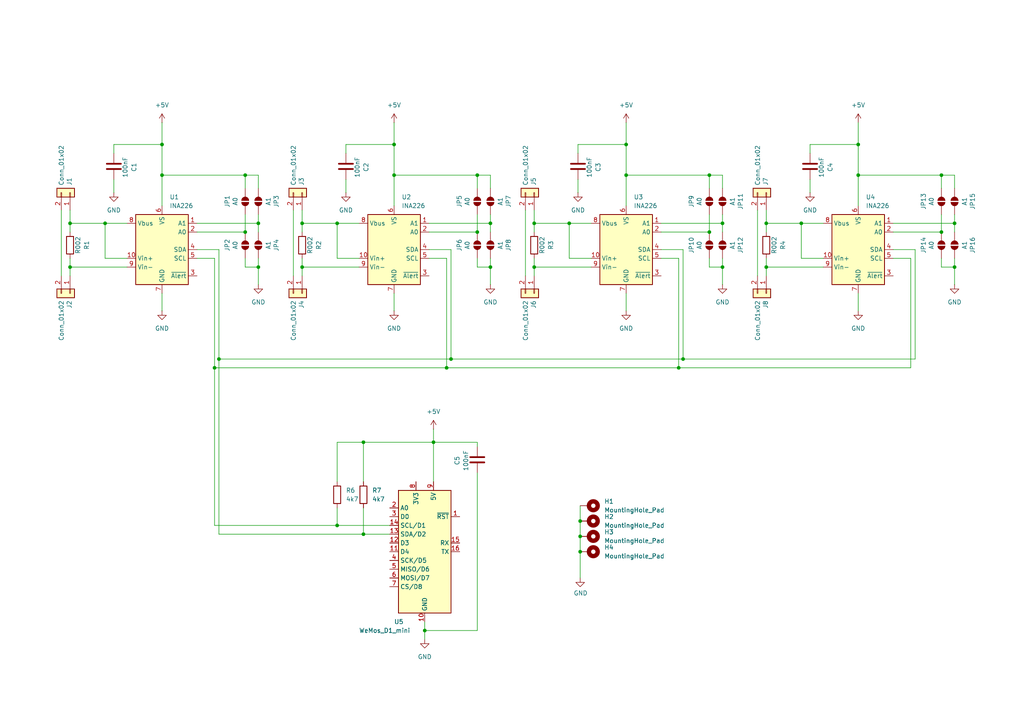
<source format=kicad_sch>
(kicad_sch (version 20231120) (generator "eeschema") (generator_version "8.0")
  (paper "A4")
  (lib_symbols
    (symbol "Connector_Generic:Conn_01x02" (pin_names (offset 1.016) hide)
      (property "Reference" "J" (at 0 2.54 0))
      (property "Value" "Conn_01x02" (at 0 -5.08 0))
      (symbol "Conn_01x02_1_1"
        (rectangle (start -1.27 -2.413) (end 0 -2.667) (stroke (width 0.1524)))
        (rectangle (start -1.27 0.127) (end 0 -0.127) (stroke (width 0.1524)))
        (rectangle (start -1.27 1.27) (end 1.27 -3.81) (stroke (width 0.254)) (fill (type background)))
        (pin passive line (at -5.08 0 0) (length 3.81) (name "Pin_1") (number "1"))
        (pin passive line (at -5.08 -2.54 0) (length 3.81) (name "Pin_2") (number "2"))
      )
    )
    (symbol "Device:C" (pin_numbers hide) (pin_names (offset 0.254))
      (property "Reference" "C" (at 0.635 2.54 0))
      (property "Value" "C" (at 0.635 -2.54 0))
      (symbol "C_0_1"
        (polyline (pts (xy -2.032 -0.762) (xy 2.032 -0.762)) (stroke (width 0.508)))
        (polyline (pts (xy -2.032 0.762) (xy 2.032 0.762)) (stroke (width 0.508)))
      )
      (symbol "C_1_1"
        (pin passive line (at 0 3.81 270) (length 2.794) (name "~") (number "1"))
        (pin passive line (at 0 -3.81 90) (length 2.794) (name "~") (number "2"))
      )
    )
    (symbol "Device:R" (pin_numbers hide) (pin_names (offset 0))
      (property "Reference" "R" (at 2.032 0 90))
      (property "Value" "R" (at 0 0 90))
      (symbol "R_0_1"
        (rectangle (start -1.016 -2.54) (end 1.016 2.54) (stroke (width 0.254)))
      )
      (symbol "R_1_1"
        (pin passive line (at 0 3.81 270) (length 1.27) (name "~") (number "1"))
        (pin passive line (at 0 -3.81 90) (length 1.27) (name "~") (number "2"))
      )
    )
    (symbol "Jumper:SolderJumper_2_Open" (pin_numbers hide) (pin_names (offset 0) hide) (exclude_from_sim yes) (in_bom no)
      (property "Reference" "JP" (at 0 2.032 0))
      (property "Value" "SolderJumper_2_Open" (at 0 -2.54 0))
      (symbol "SolderJumper_2_Open_0_1"
        (arc (start -0.254 1.016) (mid -1.2656 0) (end -0.254 -1.016))
        (arc (start -0.254 1.016) (mid -1.2656 0) (end -0.254 -1.016) (fill (type outline)))
        (polyline (pts (xy -0.254 1.016) (xy -0.254 -1.016)))
        (polyline (pts (xy 0.254 1.016) (xy 0.254 -1.016)))
        (arc (start 0.254 -1.016) (mid 1.2656 0) (end 0.254 1.016))
        (arc (start 0.254 -1.016) (mid 1.2656 0) (end 0.254 1.016) (fill (type outline)))
      )
      (symbol "SolderJumper_2_Open_1_1"
        (pin passive line (at -3.81 0 0) (length 2.54) (name "A") (number "1"))
        (pin passive line (at 3.81 0 180) (length 2.54) (name "B") (number "2"))
      )
    )
    (symbol "MCU_Module:WeMos_D1_mini"
      (property "Reference" "U" (at 3.81 19.05 0))
      (property "Value" "WeMos_D1_mini" (at 1.27 -19.05 0))
      (symbol "WeMos_D1_mini_1_1"
        (rectangle (start -7.62 17.78) (end 7.62 -17.78) (stroke (width 0.254)) (fill (type background)))
        (pin input line (at -10.16 10.16 0) (length 2.54) (name "~{RST}") (number "1"))
        (pin power_in line (at 0 -20.32 90) (length 2.54) (name "GND") (number "10"))
        (pin bidirectional line (at 10.16 0 180) (length 2.54) (name "D4") (number "11"))
        (pin bidirectional line (at 10.16 2.54 180) (length 2.54) (name "D3") (number "12"))
        (pin bidirectional line (at 10.16 5.08 180) (length 2.54) (name "SDA/D2") (number "13"))
        (pin bidirectional line (at 10.16 7.62 180) (length 2.54) (name "SCL/D1") (number "14"))
        (pin input line (at -10.16 2.54 0) (length 2.54) (name "RX") (number "15"))
        (pin output line (at -10.16 0 0) (length 2.54) (name "TX") (number "16"))
        (pin input line (at 10.16 12.7 180) (length 2.54) (name "A0") (number "2"))
        (pin bidirectional line (at 10.16 10.16 180) (length 2.54) (name "D0") (number "3"))
        (pin bidirectional line (at 10.16 -2.54 180) (length 2.54) (name "SCK/D5") (number "4"))
        (pin bidirectional line (at 10.16 -5.08 180) (length 2.54) (name "MISO/D6") (number "5"))
        (pin bidirectional line (at 10.16 -7.62 180) (length 2.54) (name "MOSI/D7") (number "6"))
        (pin bidirectional line (at 10.16 -10.16 180) (length 2.54) (name "CS/D8") (number "7"))
        (pin power_out line (at 2.54 20.32 270) (length 2.54) (name "3V3") (number "8"))
        (pin power_in line (at -2.54 20.32 270) (length 2.54) (name "5V") (number "9"))
      )
    )
    (symbol "Mechanical:MountingHole_Pad" (pin_numbers hide) (pin_names (offset 1.016) hide) (exclude_from_sim yes) (in_bom no)
      (property "Reference" "H" (at 0 6.35 0))
      (property "Value" "MountingHole_Pad" (at 0 4.445 0))
      (symbol "MountingHole_Pad_0_1"
        (circle (center 0 1.27) (radius 1.27) (stroke (width 1.27)))
      )
      (symbol "MountingHole_Pad_1_1"
        (pin input line (at 0 -2.54 90) (length 2.54) (name "1") (number "1"))
      )
    )
    (symbol "Sensor_Energy:INA226"
      (property "Reference" "U" (at -6.35 11.43 0))
      (property "Value" "INA226" (at 3.81 11.43 0))
      (symbol "INA226_0_1"
        (rectangle (start 7.62 10.16) (end -7.62 -10.16) (stroke (width 0.254)) (fill (type background)))
      )
      (symbol "INA226_1_1"
        (pin input line (at 10.16 7.62 180) (length 2.54) (name "A1") (number "1"))
        (pin input line (at -10.16 -2.54 0) (length 2.54) (name "Vin+") (number "10"))
        (pin input line (at 10.16 5.08 180) (length 2.54) (name "A0") (number "2"))
        (pin open_collector line (at 10.16 -7.62 180) (length 2.54) (name "~{Alert}") (number "3"))
        (pin bidirectional line (at 10.16 0 180) (length 2.54) (name "SDA") (number "4"))
        (pin input line (at 10.16 -2.54 180) (length 2.54) (name "SCL") (number "5"))
        (pin power_in line (at 0 12.7 270) (length 2.54) (name "VS") (number "6"))
        (pin power_in line (at 0 -12.7 90) (length 2.54) (name "GND") (number "7"))
        (pin input line (at -10.16 7.62 0) (length 2.54) (name "Vbus") (number "8"))
        (pin input line (at -10.16 -5.08 0) (length 2.54) (name "Vin-") (number "9"))
      )
    )
    (symbol "power:+5V" (power) (pin_numbers hide) (pin_names (offset 0) hide)
      (property "Value" "+5V" (at 0 3.556 0))
      (symbol "+5V_0_1"
        (polyline (pts (xy -0.762 1.27) (xy 0 2.54)))
        (polyline (pts (xy 0 0) (xy 0 2.54)))
        (polyline (pts (xy 0 2.54) (xy 0.762 1.27)))
      )
      (symbol "+5V_1_1"
        (pin power_in line (at 0 0 90) (length 0) (name "~") (number "1"))
      )
    )
    (symbol "power:GND" (power) (pin_numbers hide) (pin_names (offset 0) hide)
      (property "Value" "GND" (at 0 -3.81 0))
      (symbol "GND_0_1"
        (polyline (pts (xy 0 0) (xy 0 -1.27) (xy 1.27 -1.27) (xy 0 -2.54) (xy -1.27 -1.27) (xy 0 -1.27)))
      )
      (symbol "GND_1_1"
        (pin power_in line (at 0 0 270) (length 0) (name "~") (number "1"))
      )
    )
    (symbol "powerpoledist-rescue:GND-power" (power) (pin_names (offset 0))
      (property "Value" "power_GND" (at 0 -3.81 0))
      (symbol "GND-power_0_1"
        (polyline (pts (xy 0 0) (xy 0 -1.27) (xy 1.27 -1.27) (xy 0 -2.54) (xy -1.27 -1.27) (xy 0 -1.27)))
      )
      (symbol "GND-power_1_1"
        (pin power_in line (at 0 0 270) (length 0) hide (name "GND") (number "1"))
      )
    )
  )
  (junction (at 222.25 77.47))
  (junction (at 97.79 152.4))
  (junction (at 248.92 50.8))
  (junction (at 181.61 50.8))
  (junction (at 209.55 64.77))
  (junction (at 87.63 77.47))
  (junction (at 198.12 104.14))
  (junction (at 209.55 77.47))
  (junction (at 71.12 50.8))
  (junction (at 87.63 64.77))
  (junction (at 168.275 151.13))
  (junction (at 273.05 67.31))
  (junction (at 222.25 64.77))
  (junction (at 71.12 67.31))
  (junction (at 168.275 155.575))
  (junction (at 232.41 64.77))
  (junction (at 130.81 104.14))
  (junction (at 138.43 67.31))
  (junction (at 205.74 67.31))
  (junction (at 30.48 64.77))
  (junction (at 105.41 154.94))
  (junction (at 97.79 64.77))
  (junction (at 63.5 104.14))
  (junction (at 181.61 41.91))
  (junction (at 196.85 106.68))
  (junction (at 20.32 77.47))
  (junction (at 74.93 77.47))
  (junction (at 154.94 77.47))
  (junction (at 142.24 77.47))
  (junction (at 20.32 64.77))
  (junction (at 46.99 50.8))
  (junction (at 165.1 64.77))
  (junction (at 62.23 106.68))
  (junction (at 276.86 77.47))
  (junction (at 114.3 41.91))
  (junction (at 248.92 41.91))
  (junction (at 123.19 182.88))
  (junction (at 273.05 50.8))
  (junction (at 154.94 64.77))
  (junction (at 125.73 128.27))
  (junction (at 74.93 64.77))
  (junction (at 114.3 50.8))
  (junction (at 168.275 160.02))
  (junction (at 205.74 50.8))
  (junction (at 276.86 64.77))
  (junction (at 105.41 128.27))
  (junction (at 138.43 50.8))
  (junction (at 46.99 41.91))
  (junction (at 142.24 64.77))
  (junction (at 129.54 106.68))
  (wire (pts (xy 105.41 147.32) (xy 105.41 154.94)))
  (wire (pts (xy 71.12 54.61) (xy 71.12 50.8)))
  (wire (pts (xy 276.86 62.23) (xy 276.86 64.77)))
  (wire (pts (xy 125.73 128.27) (xy 105.41 128.27)))
  (wire (pts (xy 114.3 35.56) (xy 114.3 41.91)))
  (wire (pts (xy 248.92 85.09) (xy 248.92 90.17)))
  (wire (pts (xy 181.61 50.8) (xy 181.61 59.69)))
  (wire (pts (xy 74.93 50.8) (xy 74.93 54.61)))
  (wire (pts (xy 87.63 64.77) (xy 97.79 64.77)))
  (wire (pts (xy 154.94 64.77) (xy 154.94 67.31)))
  (wire (pts (xy 74.93 77.47) (xy 74.93 82.55)))
  (wire (pts (xy 167.64 44.45) (xy 167.64 41.91)))
  (wire (pts (xy 138.43 74.93) (xy 138.43 77.47)))
  (wire (pts (xy 196.85 106.68) (xy 264.16 106.68)))
  (wire (pts (xy 57.15 64.77) (xy 74.93 64.77)))
  (wire (pts (xy 130.81 104.14) (xy 198.12 104.14)))
  (wire (pts (xy 276.86 77.47) (xy 273.05 77.47)))
  (wire (pts (xy 87.63 64.77) (xy 87.63 67.31)))
  (wire (pts (xy 167.64 52.07) (xy 167.64 55.88)))
  (wire (pts (xy 97.79 64.77) (xy 97.79 74.93)))
  (wire (pts (xy 104.14 74.93) (xy 97.79 74.93)))
  (wire (pts (xy 276.86 67.31) (xy 276.86 64.77)))
  (wire (pts (xy 276.86 50.8) (xy 276.86 54.61)))
  (wire (pts (xy 87.63 77.47) (xy 87.63 80.01)))
  (wire (pts (xy 20.32 77.47) (xy 20.32 80.01)))
  (wire (pts (xy 168.275 155.575) (xy 168.275 160.02)))
  (wire (pts (xy 181.61 35.56) (xy 181.61 41.91)))
  (wire (pts (xy 238.76 74.93) (xy 232.41 74.93)))
  (wire (pts (xy 123.19 180.34) (xy 123.19 182.88)))
  (wire (pts (xy 222.25 74.93) (xy 222.25 77.47)))
  (wire (pts (xy 168.275 151.13) (xy 168.275 155.575)))
  (wire (pts (xy 142.24 77.47) (xy 138.43 77.47)))
  (wire (pts (xy 209.55 62.23) (xy 209.55 64.77)))
  (wire (pts (xy 62.23 106.68) (xy 62.23 152.4)))
  (wire (pts (xy 71.12 74.93) (xy 71.12 77.47)))
  (wire (pts (xy 205.74 62.23) (xy 205.74 67.31)))
  (wire (pts (xy 276.86 74.93) (xy 276.86 77.47)))
  (wire (pts (xy 123.19 182.88) (xy 123.19 185.42)))
  (wire (pts (xy 20.32 64.77) (xy 30.48 64.77)))
  (wire (pts (xy 234.95 41.91) (xy 248.92 41.91)))
  (wire (pts (xy 273.05 54.61) (xy 273.05 50.8)))
  (wire (pts (xy 57.15 67.31) (xy 71.12 67.31)))
  (wire (pts (xy 209.55 67.31) (xy 209.55 64.77)))
  (wire (pts (xy 46.99 50.8) (xy 71.12 50.8)))
  (wire (pts (xy 259.08 72.39) (xy 265.43 72.39)))
  (wire (pts (xy 138.43 128.27) (xy 125.73 128.27)))
  (wire (pts (xy 219.71 60.96) (xy 219.71 80.01)))
  (wire (pts (xy 97.79 64.77) (xy 104.14 64.77)))
  (wire (pts (xy 63.5 72.39) (xy 63.5 104.14)))
  (wire (pts (xy 198.12 72.39) (xy 198.12 104.14)))
  (wire (pts (xy 87.63 77.47) (xy 104.14 77.47)))
  (wire (pts (xy 114.3 50.8) (xy 138.43 50.8)))
  (wire (pts (xy 63.5 154.94) (xy 105.41 154.94)))
  (wire (pts (xy 205.74 54.61) (xy 205.74 50.8)))
  (wire (pts (xy 20.32 74.93) (xy 20.32 77.47)))
  (wire (pts (xy 209.55 77.47) (xy 205.74 77.47)))
  (wire (pts (xy 114.3 50.8) (xy 114.3 59.69)))
  (wire (pts (xy 100.33 41.91) (xy 114.3 41.91)))
  (wire (pts (xy 222.25 64.77) (xy 232.41 64.77)))
  (wire (pts (xy 142.24 74.93) (xy 142.24 77.47)))
  (wire (pts (xy 100.33 52.07) (xy 100.33 55.88)))
  (wire (pts (xy 168.275 160.02) (xy 168.275 167.64)))
  (wire (pts (xy 222.25 77.47) (xy 222.25 80.01)))
  (wire (pts (xy 20.32 60.96) (xy 20.32 64.77)))
  (wire (pts (xy 74.93 62.23) (xy 74.93 64.77)))
  (wire (pts (xy 138.43 128.27) (xy 138.43 129.54)))
  (wire (pts (xy 152.4 60.96) (xy 152.4 80.01)))
  (wire (pts (xy 124.46 64.77) (xy 142.24 64.77)))
  (wire (pts (xy 222.25 60.96) (xy 222.25 64.77)))
  (wire (pts (xy 36.83 74.93) (xy 30.48 74.93)))
  (wire (pts (xy 273.05 74.93) (xy 273.05 77.47)))
  (wire (pts (xy 97.79 128.27) (xy 97.79 139.7)))
  (wire (pts (xy 248.92 50.8) (xy 248.92 59.69)))
  (wire (pts (xy 71.12 50.8) (xy 74.93 50.8)))
  (wire (pts (xy 248.92 35.56) (xy 248.92 41.91)))
  (wire (pts (xy 222.25 64.77) (xy 222.25 67.31)))
  (wire (pts (xy 105.41 128.27) (xy 97.79 128.27)))
  (wire (pts (xy 142.24 50.8) (xy 142.24 54.61)))
  (wire (pts (xy 209.55 50.8) (xy 209.55 54.61)))
  (wire (pts (xy 138.43 50.8) (xy 142.24 50.8)))
  (wire (pts (xy 259.08 74.93) (xy 264.16 74.93)))
  (wire (pts (xy 125.73 124.46) (xy 125.73 128.27)))
  (wire (pts (xy 205.74 74.93) (xy 205.74 77.47)))
  (wire (pts (xy 142.24 77.47) (xy 142.24 82.55)))
  (wire (pts (xy 33.02 44.45) (xy 33.02 41.91)))
  (wire (pts (xy 138.43 62.23) (xy 138.43 67.31)))
  (wire (pts (xy 273.05 50.8) (xy 276.86 50.8)))
  (wire (pts (xy 30.48 64.77) (xy 36.83 64.77)))
  (wire (pts (xy 74.93 77.47) (xy 71.12 77.47)))
  (wire (pts (xy 130.81 72.39) (xy 130.81 104.14)))
  (wire (pts (xy 209.55 74.93) (xy 209.55 77.47)))
  (wire (pts (xy 85.09 60.96) (xy 85.09 80.01)))
  (wire (pts (xy 232.41 64.77) (xy 238.76 64.77)))
  (wire (pts (xy 17.78 60.96) (xy 17.78 80.01)))
  (wire (pts (xy 62.23 152.4) (xy 97.79 152.4)))
  (wire (pts (xy 33.02 52.07) (xy 33.02 55.88)))
  (wire (pts (xy 248.92 41.91) (xy 248.92 50.8)))
  (wire (pts (xy 138.43 54.61) (xy 138.43 50.8)))
  (wire (pts (xy 125.73 128.27) (xy 125.73 139.7)))
  (wire (pts (xy 46.99 85.09) (xy 46.99 90.17)))
  (wire (pts (xy 74.93 67.31) (xy 74.93 64.77)))
  (wire (pts (xy 154.94 77.47) (xy 154.94 80.01)))
  (wire (pts (xy 46.99 50.8) (xy 46.99 59.69)))
  (wire (pts (xy 264.16 74.93) (xy 264.16 106.68)))
  (wire (pts (xy 138.43 137.16) (xy 138.43 182.88)))
  (wire (pts (xy 114.3 85.09) (xy 114.3 90.17)))
  (wire (pts (xy 87.63 60.96) (xy 87.63 64.77)))
  (wire (pts (xy 33.02 41.91) (xy 46.99 41.91)))
  (wire (pts (xy 124.46 67.31) (xy 138.43 67.31)))
  (wire (pts (xy 74.93 74.93) (xy 74.93 77.47)))
  (wire (pts (xy 138.43 182.88) (xy 123.19 182.88)))
  (wire (pts (xy 234.95 52.07) (xy 234.95 55.88)))
  (wire (pts (xy 100.33 44.45) (xy 100.33 41.91)))
  (wire (pts (xy 46.99 35.56) (xy 46.99 41.91)))
  (wire (pts (xy 154.94 64.77) (xy 165.1 64.77)))
  (wire (pts (xy 259.08 67.31) (xy 273.05 67.31)))
  (wire (pts (xy 191.77 72.39) (xy 198.12 72.39)))
  (wire (pts (xy 129.54 106.68) (xy 196.85 106.68)))
  (wire (pts (xy 142.24 67.31) (xy 142.24 64.77)))
  (wire (pts (xy 63.5 104.14) (xy 63.5 154.94)))
  (wire (pts (xy 46.99 41.91) (xy 46.99 50.8)))
  (wire (pts (xy 205.74 50.8) (xy 209.55 50.8)))
  (wire (pts (xy 124.46 72.39) (xy 130.81 72.39)))
  (wire (pts (xy 105.41 128.27) (xy 105.41 139.7)))
  (wire (pts (xy 154.94 74.93) (xy 154.94 77.47)))
  (wire (pts (xy 248.92 50.8) (xy 273.05 50.8)))
  (wire (pts (xy 259.08 64.77) (xy 276.86 64.77)))
  (wire (pts (xy 191.77 64.77) (xy 209.55 64.77)))
  (wire (pts (xy 105.41 154.94) (xy 113.03 154.94)))
  (wire (pts (xy 167.64 41.91) (xy 181.61 41.91)))
  (wire (pts (xy 57.15 72.39) (xy 63.5 72.39)))
  (wire (pts (xy 234.95 44.45) (xy 234.95 41.91)))
  (wire (pts (xy 191.77 74.93) (xy 196.85 74.93)))
  (wire (pts (xy 165.1 64.77) (xy 165.1 74.93)))
  (wire (pts (xy 168.275 146.685) (xy 168.275 151.13)))
  (wire (pts (xy 97.79 152.4) (xy 113.03 152.4)))
  (wire (pts (xy 97.79 147.32) (xy 97.79 152.4)))
  (wire (pts (xy 222.25 77.47) (xy 238.76 77.47)))
  (wire (pts (xy 142.24 62.23) (xy 142.24 64.77)))
  (wire (pts (xy 273.05 62.23) (xy 273.05 67.31)))
  (wire (pts (xy 57.15 74.93) (xy 62.23 74.93)))
  (wire (pts (xy 181.61 41.91) (xy 181.61 50.8)))
  (wire (pts (xy 171.45 74.93) (xy 165.1 74.93)))
  (wire (pts (xy 62.23 106.68) (xy 129.54 106.68)))
  (wire (pts (xy 154.94 60.96) (xy 154.94 64.77)))
  (wire (pts (xy 129.54 74.93) (xy 129.54 106.68)))
  (wire (pts (xy 124.46 74.93) (xy 129.54 74.93)))
  (wire (pts (xy 63.5 104.14) (xy 130.81 104.14)))
  (wire (pts (xy 209.55 77.47) (xy 209.55 82.55)))
  (wire (pts (xy 191.77 67.31) (xy 205.74 67.31)))
  (wire (pts (xy 265.43 72.39) (xy 265.43 104.14)))
  (wire (pts (xy 181.61 85.09) (xy 181.61 90.17)))
  (wire (pts (xy 20.32 64.77) (xy 20.32 67.31)))
  (wire (pts (xy 165.1 64.77) (xy 171.45 64.77)))
  (wire (pts (xy 71.12 62.23) (xy 71.12 67.31)))
  (wire (pts (xy 181.61 50.8) (xy 205.74 50.8)))
  (wire (pts (xy 154.94 77.47) (xy 171.45 77.47)))
  (wire (pts (xy 20.32 77.47) (xy 36.83 77.47)))
  (wire (pts (xy 30.48 64.77) (xy 30.48 74.93)))
  (wire (pts (xy 196.85 74.93) (xy 196.85 106.68)))
  (wire (pts (xy 198.12 104.14) (xy 265.43 104.14)))
  (wire (pts (xy 276.86 77.47) (xy 276.86 82.55)))
  (wire (pts (xy 114.3 41.91) (xy 114.3 50.8)))
  (wire (pts (xy 62.23 74.93) (xy 62.23 106.68)))
  (wire (pts (xy 87.63 74.93) (xy 87.63 77.47)))
  (wire (pts (xy 232.41 64.77) (xy 232.41 74.93)))
  (symbol (lib_id "Device:R") (at 20.32 71.12 0) (unit 1)
    (property "Reference" "R1" (at 25.146 71.12 90))
    (property "Value" "R002" (at 22.606 71.12 90))
    (property "Footprint" "Resistor_SMD:R_2512_6332Metric_Pad1.40x3.35mm_HandSolder" (effects (hide yes)))
    (property "Description" "Resistor" (effects (hide yes)))
  )
  (symbol (lib_id "Device:R") (at 87.63 71.12 0) (unit 1)
    (property "Reference" "R2" (at 92.456 71.12 90))
    (property "Value" "R002" (at 89.916 71.12 90))
    (property "Footprint" "Resistor_SMD:R_2512_6332Metric_Pad1.40x3.35mm_HandSolder" (effects (hide yes)))
    (property "Description" "Resistor" (effects (hide yes)))
  )
  (symbol (lib_id "Sensor_Energy:INA226") (at 248.92 72.39 0) (unit 1)
    (property "Reference" "U4" (at 251.1141 57.15 0) (effects (justify left)))
    (property "Value" "INA226" (at 251.1141 59.69 0) (effects (justify left)))
    (property "Footprint" "Package_SO:VSSOP-10_3x3mm_P0.5mm" (effects (hide yes)))
    (property "Datasheet" "http://www.ti.com/lit/ds/symlink/ina226.pdf" (effects (hide yes)))
    (property "Description" "High-Side or Low-Side Measurement, Bi-Directional Current and Power Monitor (0-36V) with I2C Compatible Interface, VSSOP-10" (effects (hide yes)))
  )
  (symbol (lib_id "Connector_Generic:Conn_01x02") (at 222.25 85.09 270) (unit 1)
    (property "Reference" "J8" (at 222.0468 87.122 0) (effects (justify left)))
    (property "Value" "Conn_01x02" (at 219.7354 87.122 0) (effects (justify left)))
    (property "Footprint" "Connector_Anderson:PowerPole_PP45_1336G1_1x2_Horizontal" (effects (hide yes)))
    (property "MPN" "1336G1" (effects (hide yes)))
    (property "Manufacturer" "Anderson" (effects (hide yes)))
  )
  (symbol (lib_id "Jumper:SolderJumper_2_Open") (at 74.93 71.12 270) (mirror x) (unit 1)
    (property "Reference" "JP4" (at 80.137 71.12 0))
    (property "Value" "A1" (at 77.8256 71.12 0))
    (property "Footprint" "Jumper:SolderJumper-2_P1.3mm_Open_RoundedPad1.0x1.5mm" (effects (hide yes)))
  )
  (symbol (lib_id "Jumper:SolderJumper_2_Open") (at 273.05 71.12 90) (mirror x) (unit 1)
    (property "Reference" "JP14" (at 267.843 71.12 0))
    (property "Value" "A0" (at 270.1544 71.12 0))
    (property "Footprint" "Jumper:SolderJumper-2_P1.3mm_Open_RoundedPad1.0x1.5mm" (effects (hide yes)))
  )
  (symbol (lib_id "Device:R") (at 97.79 143.51 0) (unit 1)
    (property "Reference" "R6" (at 100.33 142.2399 0) (effects (justify left)))
    (property "Value" "4k7" (at 100.33 144.7799 0) (effects (justify left)))
    (property "Footprint" "Resistor_SMD:R_0805_2012Metric_Pad1.20x1.40mm_HandSolder" (effects (hide yes)))
    (property "Description" "Resistor" (effects (hide yes)))
  )
  (symbol (lib_id "Device:C") (at 138.43 133.35 0) (mirror y) (unit 1)
    (property "Reference" "C5" (at 132.588 133.604 90))
    (property "Value" "100nF" (at 135.128 133.604 90))
    (property "Footprint" "Capacitor_SMD:C_0805_2012Metric_Pad1.18x1.45mm_HandSolder" (effects (hide yes)))
    (property "Description" "Unpolarized capacitor" (effects (hide yes)))
  )
  (symbol (lib_id "Mechanical:MountingHole_Pad") (at 170.815 160.02 270) (unit 1) (exclude_from_sim yes) (in_bom no)
    (property "Reference" "H4" (at 175.26 158.7499 90) (effects (justify left)))
    (property "Value" "MountingHole_Pad" (at 175.26 161.2899 90) (effects (justify left)))
    (property "Footprint" "MountingHole:MountingHole_3.5mm_Pad" (effects (hide yes)))
    (property "Description" "Mounting Hole with connection" (effects (hide yes)))
  )
  (symbol (lib_id "Jumper:SolderJumper_2_Open") (at 138.43 58.42 90) (unit 1)
    (property "Reference" "JP5" (at 133.223 58.42 0))
    (property "Value" "A0" (at 135.5344 58.42 0))
    (property "Footprint" "Jumper:SolderJumper-2_P1.3mm_Open_RoundedPad1.0x1.5mm" (effects (hide yes)))
  )
  (symbol (lib_id "power:GND") (at 167.64 55.88 0) (unit 1)
    (property "Reference" "#PWR011" (effects (hide yes)))
    (property "Value" "GND" (at 167.64 60.96 0))
    (property "Description" "Power symbol creates a global label with name \"GND\" , ground" (effects (hide yes)))
  )
  (symbol (lib_id "MCU_Module:WeMos_D1_mini") (at 123.19 160.02 0) (mirror y) (unit 1)
    (property "Reference" "U5" (at 114.3 180.34 0) (effects (justify right)))
    (property "Value" "WeMos_D1_mini" (at 104.14 182.88 0) (effects (justify right)))
    (property "Footprint" "Module:WEMOS_D1_mini_light" (effects (hide yes)))
    (property "Datasheet" "https://wiki.wemos.cc/products:d1:d1_mini#documentation" (effects (hide yes)))
    (property "Description" "32-bit microcontroller module with WiFi" (effects (hide yes)))
  )
  (symbol (lib_id "power:GND") (at 100.33 55.88 0) (unit 1)
    (property "Reference" "#PWR05" (effects (hide yes)))
    (property "Value" "GND" (at 100.33 60.96 0))
    (property "Description" "Power symbol creates a global label with name \"GND\" , ground" (effects (hide yes)))
  )
  (symbol (lib_id "Connector_Generic:Conn_01x02") (at 87.63 55.88 270) (mirror x) (unit 1)
    (property "Reference" "J3" (at 87.4268 53.848 0) (effects (justify left)))
    (property "Value" "Conn_01x02" (at 85.1154 53.848 0) (effects (justify left)))
    (property "Footprint" "Connector_Anderson:PowerPole_PP45_1336G1_1x2_Horizontal" (effects (hide yes)))
    (property "MPN" "1336G1" (effects (hide yes)))
    (property "Manufacturer" "Anderson" (effects (hide yes)))
  )
  (symbol (lib_id "Device:C") (at 100.33 48.26 0) (unit 1)
    (property "Reference" "C2" (at 106.172 48.514 90))
    (property "Value" "100nF" (at 103.632 48.514 90))
    (property "Footprint" "Capacitor_SMD:C_0805_2012Metric_Pad1.18x1.45mm_HandSolder" (effects (hide yes)))
    (property "Description" "Unpolarized capacitor" (effects (hide yes)))
  )
  (symbol (lib_id "Sensor_Energy:INA226") (at 114.3 72.39 0) (unit 1)
    (property "Reference" "U2" (at 116.4941 57.15 0) (effects (justify left)))
    (property "Value" "INA226" (at 116.4941 59.69 0) (effects (justify left)))
    (property "Footprint" "Package_SO:VSSOP-10_3x3mm_P0.5mm" (effects (hide yes)))
    (property "Datasheet" "http://www.ti.com/lit/ds/symlink/ina226.pdf" (effects (hide yes)))
    (property "Description" "High-Side or Low-Side Measurement, Bi-Directional Current and Power Monitor (0-36V) with I2C Compatible Interface, VSSOP-10" (effects (hide yes)))
  )
  (symbol (lib_id "Jumper:SolderJumper_2_Open") (at 209.55 58.42 270) (unit 1)
    (property "Reference" "JP11" (at 214.757 58.42 0))
    (property "Value" "A1" (at 212.4456 58.42 0))
    (property "Footprint" "Jumper:SolderJumper-2_P1.3mm_Open_RoundedPad1.0x1.5mm" (effects (hide yes)))
  )
  (symbol (lib_id "power:GND") (at 46.99 90.17 0) (unit 1)
    (property "Reference" "#PWR03" (effects (hide yes)))
    (property "Value" "GND" (at 46.99 95.25 0))
    (property "Description" "Power symbol creates a global label with name \"GND\" , ground" (effects (hide yes)))
  )
  (symbol (lib_id "power:+5V") (at 125.73 124.46 0) (mirror y) (unit 1)
    (property "Reference" "#PWR09" (effects (hide yes)))
    (property "Value" "+5V" (at 125.73 119.38 0))
    (property "Description" "Power symbol creates a global label with name \"+5V\"" (effects (hide yes)))
  )
  (symbol (lib_id "Device:C") (at 167.64 48.26 0) (unit 1)
    (property "Reference" "C3" (at 173.482 48.514 90))
    (property "Value" "100nF" (at 170.942 48.514 90))
    (property "Footprint" "Capacitor_SMD:C_0805_2012Metric_Pad1.18x1.45mm_HandSolder" (effects (hide yes)))
    (property "Description" "Unpolarized capacitor" (effects (hide yes)))
  )
  (symbol (lib_id "Jumper:SolderJumper_2_Open") (at 138.43 71.12 90) (mirror x) (unit 1)
    (property "Reference" "JP6" (at 133.223 71.12 0))
    (property "Value" "A0" (at 135.5344 71.12 0))
    (property "Footprint" "Jumper:SolderJumper-2_P1.3mm_Open_RoundedPad1.0x1.5mm" (effects (hide yes)))
  )
  (symbol (lib_id "Mechanical:MountingHole_Pad") (at 170.815 155.575 270) (unit 1) (exclude_from_sim yes) (in_bom no)
    (property "Reference" "H3" (at 175.26 154.3049 90) (effects (justify left)))
    (property "Value" "MountingHole_Pad" (at 175.26 156.8449 90) (effects (justify left)))
    (property "Footprint" "MountingHole:MountingHole_3.5mm_Pad" (effects (hide yes)))
    (property "Description" "Mounting Hole with connection" (effects (hide yes)))
  )
  (symbol (lib_id "power:GND") (at 142.24 82.55 0) (unit 1)
    (property "Reference" "#PWR010" (effects (hide yes)))
    (property "Value" "GND" (at 142.24 87.63 0))
    (property "Description" "Power symbol creates a global label with name \"GND\" , ground" (effects (hide yes)))
  )
  (symbol (lib_id "Jumper:SolderJumper_2_Open") (at 71.12 71.12 90) (mirror x) (unit 1)
    (property "Reference" "JP2" (at 65.913 71.12 0))
    (property "Value" "A0" (at 68.2244 71.12 0))
    (property "Footprint" "Jumper:SolderJumper-2_P1.3mm_Open_RoundedPad1.0x1.5mm" (effects (hide yes)))
  )
  (symbol (lib_id "Jumper:SolderJumper_2_Open") (at 71.12 58.42 90) (unit 1)
    (property "Reference" "JP1" (at 65.913 58.42 0))
    (property "Value" "A0" (at 68.2244 58.42 0))
    (property "Footprint" "Jumper:SolderJumper-2_P1.3mm_Open_RoundedPad1.0x1.5mm" (effects (hide yes)))
  )
  (symbol (lib_id "powerpoledist-rescue:GND-power") (at 168.275 167.64 0) (unit 1)
    (property "Reference" "#PWR012" (effects (hide yes)))
    (property "Value" "GND" (at 168.402 172.0342 0))
  )
  (symbol (lib_id "Connector_Generic:Conn_01x02") (at 20.32 85.09 270) (unit 1)
    (property "Reference" "J2" (at 20.1168 87.122 0) (effects (justify left)))
    (property "Value" "Conn_01x02" (at 17.8054 87.122 0) (effects (justify left)))
    (property "Footprint" "Connector_Anderson:PowerPole_PP45_1336G1_1x2_Horizontal" (effects (hide yes)))
    (property "MPN" "1336G1" (effects (hide yes)))
    (property "Manufacturer" "Anderson" (effects (hide yes)))
  )
  (symbol (lib_id "Jumper:SolderJumper_2_Open") (at 205.74 58.42 90) (unit 1)
    (property "Reference" "JP9" (at 200.533 58.42 0))
    (property "Value" "A0" (at 202.8444 58.42 0))
    (property "Footprint" "Jumper:SolderJumper-2_P1.3mm_Open_RoundedPad1.0x1.5mm" (effects (hide yes)))
  )
  (symbol (lib_id "power:GND") (at 114.3 90.17 0) (unit 1)
    (property "Reference" "#PWR07" (effects (hide yes)))
    (property "Value" "GND" (at 114.3 95.25 0))
    (property "Description" "Power symbol creates a global label with name \"GND\" , ground" (effects (hide yes)))
  )
  (symbol (lib_id "Device:R") (at 154.94 71.12 0) (unit 1)
    (property "Reference" "R3" (at 159.766 71.12 90))
    (property "Value" "R002" (at 157.226 71.12 90))
    (property "Footprint" "Resistor_SMD:R_2512_6332Metric_Pad1.40x3.35mm_HandSolder" (effects (hide yes)))
    (property "Description" "Resistor" (effects (hide yes)))
  )
  (symbol (lib_id "Connector_Generic:Conn_01x02") (at 20.32 55.88 270) (mirror x) (unit 1)
    (property "Reference" "J1" (at 20.1168 53.848 0) (effects (justify left)))
    (property "Value" "Conn_01x02" (at 17.8054 53.848 0) (effects (justify left)))
    (property "Footprint" "Connector_Anderson:PowerPole_PP45_1336G1_1x2_Horizontal" (effects (hide yes)))
    (property "MPN" "1336G1" (effects (hide yes)))
    (property "Manufacturer" "Anderson" (effects (hide yes)))
  )
  (symbol (lib_id "power:+5V") (at 181.61 35.56 0) (unit 1)
    (property "Reference" "#PWR013" (effects (hide yes)))
    (property "Value" "+5V" (at 181.61 30.48 0))
    (property "Description" "Power symbol creates a global label with name \"+5V\"" (effects (hide yes)))
  )
  (symbol (lib_id "power:+5V") (at 46.99 35.56 0) (unit 1)
    (property "Reference" "#PWR02" (effects (hide yes)))
    (property "Value" "+5V" (at 46.99 30.48 0))
    (property "Description" "Power symbol creates a global label with name \"+5V\"" (effects (hide yes)))
  )
  (symbol (lib_id "Jumper:SolderJumper_2_Open") (at 276.86 58.42 270) (unit 1)
    (property "Reference" "JP15" (at 282.067 58.42 0))
    (property "Value" "A1" (at 279.7556 58.42 0))
    (property "Footprint" "Jumper:SolderJumper-2_P1.3mm_Open_RoundedPad1.0x1.5mm" (effects (hide yes)))
  )
  (symbol (lib_id "power:GND") (at 248.92 90.17 0) (unit 1)
    (property "Reference" "#PWR018" (effects (hide yes)))
    (property "Value" "GND" (at 248.92 95.25 0))
    (property "Description" "Power symbol creates a global label with name \"GND\" , ground" (effects (hide yes)))
  )
  (symbol (lib_id "power:GND") (at 33.02 55.88 0) (unit 1)
    (property "Reference" "#PWR01" (effects (hide yes)))
    (property "Value" "GND" (at 33.02 60.96 0))
    (property "Description" "Power symbol creates a global label with name \"GND\" , ground" (effects (hide yes)))
  )
  (symbol (lib_id "Jumper:SolderJumper_2_Open") (at 142.24 71.12 270) (mirror x) (unit 1)
    (property "Reference" "JP8" (at 147.447 71.12 0))
    (property "Value" "A1" (at 145.1356 71.12 0))
    (property "Footprint" "Jumper:SolderJumper-2_P1.3mm_Open_RoundedPad1.0x1.5mm" (effects (hide yes)))
  )
  (symbol (lib_id "power:+5V") (at 248.92 35.56 0) (unit 1)
    (property "Reference" "#PWR017" (effects (hide yes)))
    (property "Value" "+5V" (at 248.92 30.48 0))
    (property "Description" "Power symbol creates a global label with name \"+5V\"" (effects (hide yes)))
  )
  (symbol (lib_id "Sensor_Energy:INA226") (at 181.61 72.39 0) (unit 1)
    (property "Reference" "U3" (at 183.8041 57.15 0) (effects (justify left)))
    (property "Value" "INA226" (at 183.8041 59.69 0) (effects (justify left)))
    (property "Footprint" "Package_SO:VSSOP-10_3x3mm_P0.5mm" (effects (hide yes)))
    (property "Datasheet" "http://www.ti.com/lit/ds/symlink/ina226.pdf" (effects (hide yes)))
    (property "Description" "High-Side or Low-Side Measurement, Bi-Directional Current and Power Monitor (0-36V) with I2C Compatible Interface, VSSOP-10" (effects (hide yes)))
  )
  (symbol (lib_id "power:GND") (at 209.55 82.55 0) (unit 1)
    (property "Reference" "#PWR015" (effects (hide yes)))
    (property "Value" "GND" (at 209.55 87.63 0))
    (property "Description" "Power symbol creates a global label with name \"GND\" , ground" (effects (hide yes)))
  )
  (symbol (lib_id "Jumper:SolderJumper_2_Open") (at 273.05 58.42 90) (unit 1)
    (property "Reference" "JP13" (at 267.843 58.42 0))
    (property "Value" "A0" (at 270.1544 58.42 0))
    (property "Footprint" "Jumper:SolderJumper-2_P1.3mm_Open_RoundedPad1.0x1.5mm" (effects (hide yes)))
  )
  (symbol (lib_id "power:GND") (at 234.95 55.88 0) (unit 1)
    (property "Reference" "#PWR016" (effects (hide yes)))
    (property "Value" "GND" (at 234.95 60.96 0))
    (property "Description" "Power symbol creates a global label with name \"GND\" , ground" (effects (hide yes)))
  )
  (symbol (lib_id "power:+5V") (at 114.3 35.56 0) (unit 1)
    (property "Reference" "#PWR06" (effects (hide yes)))
    (property "Value" "+5V" (at 114.3 30.48 0))
    (property "Description" "Power symbol creates a global label with name \"+5V\"" (effects (hide yes)))
  )
  (symbol (lib_id "power:GND") (at 123.19 185.42 0) (mirror y) (unit 1)
    (property "Reference" "#PWR08" (effects (hide yes)))
    (property "Value" "GND" (at 123.19 190.5 0))
    (property "Description" "Power symbol creates a global label with name \"GND\" , ground" (effects (hide yes)))
  )
  (symbol (lib_id "Jumper:SolderJumper_2_Open") (at 209.55 71.12 270) (mirror x) (unit 1)
    (property "Reference" "JP12" (at 214.757 71.12 0))
    (property "Value" "A1" (at 212.4456 71.12 0))
    (property "Footprint" "Jumper:SolderJumper-2_P1.3mm_Open_RoundedPad1.0x1.5mm" (effects (hide yes)))
  )
  (symbol (lib_id "Mechanical:MountingHole_Pad") (at 170.815 146.685 270) (unit 1) (exclude_from_sim yes) (in_bom no)
    (property "Reference" "H1" (at 175.26 145.4149 90) (effects (justify left)))
    (property "Value" "MountingHole_Pad" (at 175.26 147.9549 90) (effects (justify left)))
    (property "Footprint" "MountingHole:MountingHole_3.5mm_Pad" (effects (hide yes)))
    (property "Description" "Mounting Hole with connection" (effects (hide yes)))
  )
  (symbol (lib_id "Jumper:SolderJumper_2_Open") (at 205.74 71.12 90) (mirror x) (unit 1)
    (property "Reference" "JP10" (at 200.533 71.12 0))
    (property "Value" "A0" (at 202.8444 71.12 0))
    (property "Footprint" "Jumper:SolderJumper-2_P1.3mm_Open_RoundedPad1.0x1.5mm" (effects (hide yes)))
  )
  (symbol (lib_id "Device:C") (at 234.95 48.26 0) (unit 1)
    (property "Reference" "C4" (at 240.792 48.514 90))
    (property "Value" "100nF" (at 238.252 48.514 90))
    (property "Footprint" "Capacitor_SMD:C_0805_2012Metric_Pad1.18x1.45mm_HandSolder" (effects (hide yes)))
    (property "Description" "Unpolarized capacitor" (effects (hide yes)))
  )
  (symbol (lib_id "Device:R") (at 105.41 143.51 0) (unit 1)
    (property "Reference" "R7" (at 107.95 142.2399 0) (effects (justify left)))
    (property "Value" "4k7" (at 107.95 144.7799 0) (effects (justify left)))
    (property "Footprint" "Resistor_SMD:R_0805_2012Metric_Pad1.20x1.40mm_HandSolder" (effects (hide yes)))
    (property "Description" "Resistor" (effects (hide yes)))
  )
  (symbol (lib_id "Jumper:SolderJumper_2_Open") (at 74.93 58.42 270) (unit 1)
    (property "Reference" "JP3" (at 80.137 58.42 0))
    (property "Value" "A1" (at 77.8256 58.42 0))
    (property "Footprint" "Jumper:SolderJumper-2_P1.3mm_Open_RoundedPad1.0x1.5mm" (effects (hide yes)))
  )
  (symbol (lib_id "Connector_Generic:Conn_01x02") (at 87.63 85.09 270) (unit 1)
    (property "Reference" "J4" (at 87.4268 87.122 0) (effects (justify left)))
    (property "Value" "Conn_01x02" (at 85.1154 87.122 0) (effects (justify left)))
    (property "Footprint" "Connector_Anderson:PowerPole_PP45_1336G1_1x2_Horizontal" (effects (hide yes)))
    (property "MPN" "1336G1" (effects (hide yes)))
    (property "Manufacturer" "Anderson" (effects (hide yes)))
  )
  (symbol (lib_id "Mechanical:MountingHole_Pad") (at 170.815 151.13 270) (unit 1) (exclude_from_sim yes) (in_bom no)
    (property "Reference" "H2" (at 175.26 149.8599 90) (effects (justify left)))
    (property "Value" "MountingHole_Pad" (at 175.26 152.3999 90) (effects (justify left)))
    (property "Footprint" "MountingHole:MountingHole_3.5mm_Pad" (effects (hide yes)))
    (property "Description" "Mounting Hole with connection" (effects (hide yes)))
  )
  (symbol (lib_id "Connector_Generic:Conn_01x02") (at 154.94 55.88 270) (mirror x) (unit 1)
    (property "Reference" "J5" (at 154.7368 53.848 0) (effects (justify left)))
    (property "Value" "Conn_01x02" (at 152.4254 53.848 0) (effects (justify left)))
    (property "Footprint" "Connector_Anderson:PowerPole_PP45_1336G1_1x2_Horizontal" (effects (hide yes)))
    (property "MPN" "1336G1" (effects (hide yes)))
    (property "Manufacturer" "Anderson" (effects (hide yes)))
  )
  (symbol (lib_id "Device:C") (at 33.02 48.26 0) (unit 1)
    (property "Reference" "C1" (at 38.862 48.514 90))
    (property "Value" "100nF" (at 36.322 48.514 90))
    (property "Footprint" "Capacitor_SMD:C_0805_2012Metric_Pad1.18x1.45mm_HandSolder" (effects (hide yes)))
    (property "Description" "Unpolarized capacitor" (effects (hide yes)))
  )
  (symbol (lib_id "power:GND") (at 181.61 90.17 0) (unit 1)
    (property "Reference" "#PWR014" (effects (hide yes)))
    (property "Value" "GND" (at 181.61 95.25 0))
    (property "Description" "Power symbol creates a global label with name \"GND\" , ground" (effects (hide yes)))
  )
  (symbol (lib_id "Jumper:SolderJumper_2_Open") (at 142.24 58.42 270) (unit 1)
    (property "Reference" "JP7" (at 147.447 58.42 0))
    (property "Value" "A1" (at 145.1356 58.42 0))
    (property "Footprint" "Jumper:SolderJumper-2_P1.3mm_Open_RoundedPad1.0x1.5mm" (effects (hide yes)))
  )
  (symbol (lib_id "Connector_Generic:Conn_01x02") (at 154.94 85.09 270) (unit 1)
    (property "Reference" "J6" (at 154.7368 87.122 0) (effects (justify left)))
    (property "Value" "Conn_01x02" (at 152.4254 87.122 0) (effects (justify left)))
    (property "Footprint" "Connector_Anderson:PowerPole_PP45_1336G1_1x2_Horizontal" (effects (hide yes)))
    (property "MPN" "1336G1" (effects (hide yes)))
    (property "Manufacturer" "Anderson" (effects (hide yes)))
  )
  (symbol (lib_id "Device:R") (at 222.25 71.12 0) (unit 1)
    (property "Reference" "R4" (at 227.076 71.12 90))
    (property "Value" "R002" (at 224.536 71.12 90))
    (property "Footprint" "Resistor_SMD:R_2512_6332Metric_Pad1.40x3.35mm_HandSolder" (effects (hide yes)))
    (property "Description" "Resistor" (effects (hide yes)))
  )
  (symbol (lib_id "power:GND") (at 74.93 82.55 0) (unit 1)
    (property "Reference" "#PWR04" (effects (hide yes)))
    (property "Value" "GND" (at 74.93 87.63 0))
    (property "Description" "Power symbol creates a global label with name \"GND\" , ground" (effects (hide yes)))
  )
  (symbol (lib_id "Jumper:SolderJumper_2_Open") (at 276.86 71.12 270) (mirror x) (unit 1)
    (property "Reference" "JP16" (at 282.067 71.12 0))
    (property "Value" "A1" (at 279.7556 71.12 0))
    (property "Footprint" "Jumper:SolderJumper-2_P1.3mm_Open_RoundedPad1.0x1.5mm" (effects (hide yes)))
  )
  (symbol (lib_id "Connector_Generic:Conn_01x02") (at 222.25 55.88 270) (mirror x) (unit 1)
    (property "Reference" "J7" (at 222.0468 53.848 0) (effects (justify left)))
    (property "Value" "Conn_01x02" (at 219.7354 53.848 0) (effects (justify left)))
    (property "Footprint" "Connector_Anderson:PowerPole_PP45_1336G1_1x2_Horizontal" (effects (hide yes)))
    (property "MPN" "1336G1" (effects (hide yes)))
    (property "Manufacturer" "Anderson" (effects (hide yes)))
  )
  (symbol (lib_id "power:GND") (at 276.86 82.55 0) (unit 1)
    (property "Reference" "#PWR019" (effects (hide yes)))
    (property "Value" "GND" (at 276.86 87.63 0))
    (property "Description" "Power symbol creates a global label with name \"GND\" , ground" (effects (hide yes)))
  )
  (symbol (lib_id "Sensor_Energy:INA226") (at 46.99 72.39 0) (unit 1)
    (property "Reference" "U1" (at 49.1841 57.15 0) (effects (justify left)))
    (property "Value" "INA226" (at 49.1841 59.69 0) (effects (justify left)))
    (property "Footprint" "Package_SO:VSSOP-10_3x3mm_P0.5mm" (effects (hide yes)))
    (property "Datasheet" "http://www.ti.com/lit/ds/symlink/ina226.pdf" (effects (hide yes)))
    (property "Description" "High-Side or Low-Side Measurement, Bi-Directional Current and Power Monitor (0-36V) with I2C Compatible Interface, VSSOP-10" (effects (hide yes)))
  )
)
</source>
